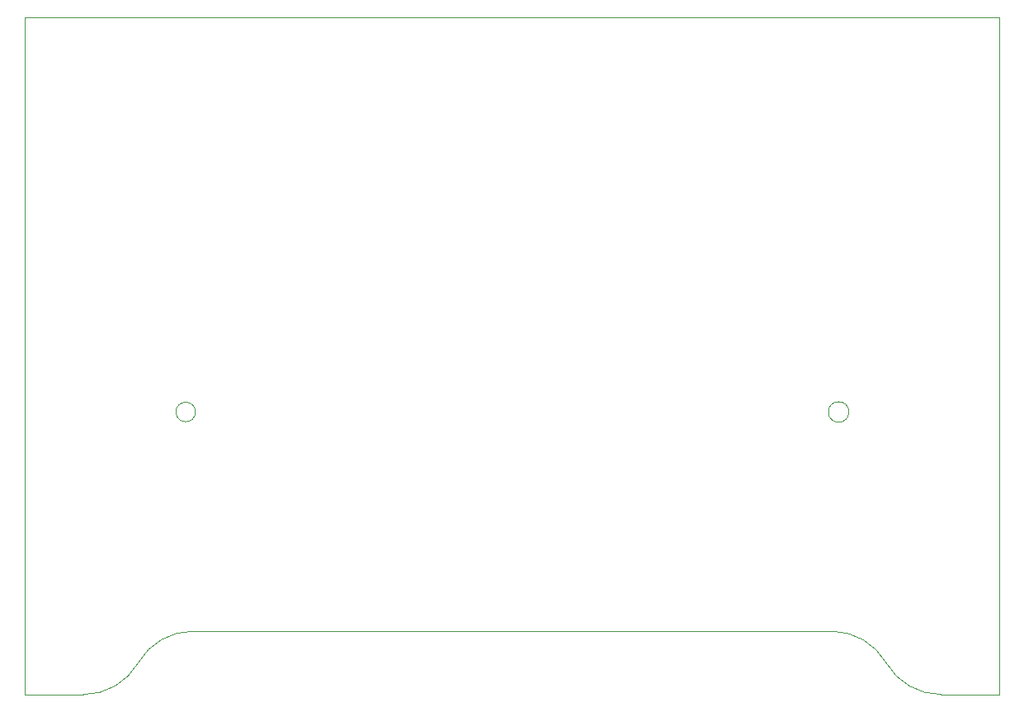
<source format=gbr>
G04 #@! TF.GenerationSoftware,KiCad,Pcbnew,5.0.2-bee76a0~70~ubuntu18.04.1*
G04 #@! TF.CreationDate,2020-04-07T13:33:34+02:00*
G04 #@! TF.ProjectId,ModulAdapter,4d6f6475-6c41-4646-9170-7465722e6b69,rev?*
G04 #@! TF.SameCoordinates,Original*
G04 #@! TF.FileFunction,Profile,NP*
%FSLAX46Y46*%
G04 Gerber Fmt 4.6, Leading zero omitted, Abs format (unit mm)*
G04 Created by KiCad (PCBNEW 5.0.2-bee76a0~70~ubuntu18.04.1) date Di 07 Apr 2020 13:33:34 CEST*
%MOMM*%
%LPD*%
G01*
G04 APERTURE LIST*
%ADD10C,0.100000*%
G04 APERTURE END LIST*
D10*
X56000000Y-137500000D02*
X50000000Y-137500000D01*
X144000000Y-137500000D02*
X150000000Y-137500000D01*
X132750417Y-130999277D02*
G75*
G02X138380000Y-134250000I-417J-6500723D01*
G01*
X144004583Y-137492062D02*
G75*
G02X138380000Y-134250000I-4583J6492062D01*
G01*
X61620835Y-134250000D02*
G75*
G02X67250000Y-131000000I5629165J-3250000D01*
G01*
X61629165Y-134250000D02*
G75*
G02X56000000Y-137500000I-5629165J3250000D01*
G01*
X134550000Y-108500000D02*
G75*
G03X134550000Y-108500000I-1050000J0D01*
G01*
X67500000Y-108500000D02*
G75*
G03X67500000Y-108500000I-1000000J0D01*
G01*
X150000000Y-137500000D02*
X150000000Y-67980000D01*
X50000000Y-137500000D02*
X50000000Y-67980000D01*
X67250000Y-131000000D02*
X132750000Y-131000000D01*
X50000000Y-67980000D02*
X150000000Y-67980000D01*
M02*

</source>
